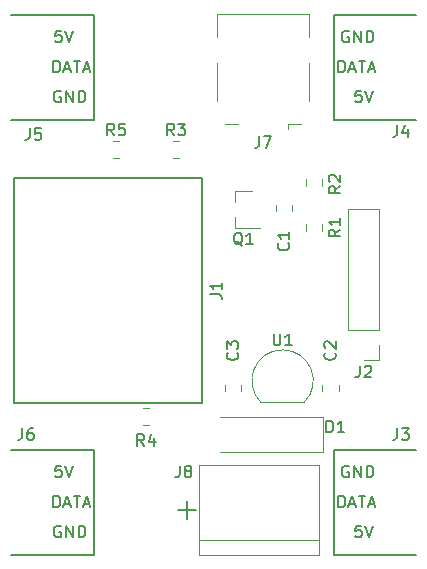
<source format=gto>
G04 #@! TF.GenerationSoftware,KiCad,Pcbnew,5.0.1+dfsg1-2*
G04 #@! TF.CreationDate,2018-12-02T20:23:19+01:00*
G04 #@! TF.ProjectId,rj45-sk6812-adapter,726A34352D736B363831322D61646170,rev?*
G04 #@! TF.SameCoordinates,Original*
G04 #@! TF.FileFunction,Legend,Top*
G04 #@! TF.FilePolarity,Positive*
%FSLAX46Y46*%
G04 Gerber Fmt 4.6, Leading zero omitted, Abs format (unit mm)*
G04 Created by KiCad (PCBNEW 5.0.1+dfsg1-2) date So 02 Dez 2018 20:23:19 CET*
%MOMM*%
%LPD*%
G01*
G04 APERTURE LIST*
%ADD10C,0.200000*%
%ADD11C,0.120000*%
%ADD12C,0.150000*%
G04 APERTURE END LIST*
D10*
X141097000Y-99060000D02*
X142621000Y-99060000D01*
X141859000Y-98298000D02*
X141859000Y-99822000D01*
D11*
G04 #@! TO.C,C1*
X149404000Y-73794252D02*
X149404000Y-73271748D01*
X150824000Y-73794252D02*
X150824000Y-73271748D01*
D12*
G04 #@! TO.C,J3*
X154305000Y-102870000D02*
X161290000Y-102870000D01*
X154305000Y-93980000D02*
X154305000Y-102870000D01*
X161290000Y-93980000D02*
X154305000Y-93980000D01*
G04 #@! TO.C,J4*
X161290000Y-57150000D02*
X154305000Y-57150000D01*
X154305000Y-57150000D02*
X154305000Y-66040000D01*
X154305000Y-66040000D02*
X161290000Y-66040000D01*
G04 #@! TO.C,J5*
X133985000Y-57150000D02*
X127000000Y-57150000D01*
X133985000Y-66040000D02*
X133985000Y-57150000D01*
X127000000Y-66040000D02*
X133985000Y-66040000D01*
G04 #@! TO.C,J6*
X127000000Y-102870000D02*
X133985000Y-102870000D01*
X133985000Y-102870000D02*
X133985000Y-93980000D01*
X133985000Y-93980000D02*
X127000000Y-93980000D01*
D11*
G04 #@! TO.C,J2*
X158175000Y-73600000D02*
X155515000Y-73600000D01*
X158175000Y-83820000D02*
X158175000Y-73600000D01*
X155515000Y-83820000D02*
X155515000Y-73600000D01*
X158175000Y-83820000D02*
X155515000Y-83820000D01*
X158175000Y-85090000D02*
X158175000Y-86420000D01*
X158175000Y-86420000D02*
X156845000Y-86420000D01*
D12*
G04 #@! TO.C,J1*
X127254000Y-90043000D02*
X143129000Y-90043000D01*
X143129000Y-70993000D02*
X127254000Y-70993000D01*
X143129000Y-90043000D02*
X143129000Y-70993000D01*
X127254000Y-70993000D02*
X127254000Y-90043000D01*
D11*
G04 #@! TO.C,J8*
X153035000Y-101600000D02*
X142875000Y-101600000D01*
X153035000Y-102870000D02*
X153035000Y-95250000D01*
X153035000Y-95250000D02*
X142875000Y-95250000D01*
X142875000Y-95250000D02*
X142875000Y-102870000D01*
X142875000Y-102870000D02*
X153035000Y-102870000D01*
G04 #@! TO.C,C2*
X154761000Y-89034252D02*
X154761000Y-88511748D01*
X153341000Y-89034252D02*
X153341000Y-88511748D01*
G04 #@! TO.C,C3*
X146506000Y-88511748D02*
X146506000Y-89034252D01*
X145086000Y-88511748D02*
X145086000Y-89034252D01*
G04 #@! TO.C,J7*
X144426000Y-57082000D02*
X152246000Y-57082000D01*
X150446000Y-66402000D02*
X150446000Y-66832000D01*
X144426000Y-57082000D02*
X144426000Y-59032000D01*
X144426000Y-61252000D02*
X144426000Y-64482000D01*
X146226000Y-66402000D02*
X145146000Y-66402000D01*
X151526000Y-66402000D02*
X150446000Y-66402000D01*
X152246000Y-61252000D02*
X152246000Y-64482000D01*
X152246000Y-57082000D02*
X152246000Y-59032000D01*
G04 #@! TO.C,D1*
X144682000Y-94210000D02*
X153382000Y-94210000D01*
X153382000Y-94210000D02*
X153382000Y-91210000D01*
X153382000Y-91210000D02*
X144682000Y-91210000D01*
G04 #@! TO.C,Q1*
X145925000Y-72080000D02*
X145925000Y-73010000D01*
X145925000Y-75240000D02*
X145925000Y-74310000D01*
X145925000Y-75240000D02*
X148085000Y-75240000D01*
X145925000Y-72080000D02*
X147385000Y-72080000D01*
G04 #@! TO.C,U1*
X148187000Y-89988000D02*
X151787000Y-89988000D01*
X148148522Y-89976478D02*
G75*
G02X149987000Y-85538000I1838478J1838478D01*
G01*
X151825478Y-89976478D02*
G75*
G03X149987000Y-85538000I-1838478J1838478D01*
G01*
G04 #@! TO.C,R5*
X135628748Y-67870000D02*
X136151252Y-67870000D01*
X135628748Y-69290000D02*
X136151252Y-69290000D01*
G04 #@! TO.C,R1*
X151944000Y-74922748D02*
X151944000Y-75445252D01*
X153364000Y-74922748D02*
X153364000Y-75445252D01*
G04 #@! TO.C,R2*
X153364000Y-71112748D02*
X153364000Y-71635252D01*
X151944000Y-71112748D02*
X151944000Y-71635252D01*
G04 #@! TO.C,R3*
X140708748Y-69290000D02*
X141231252Y-69290000D01*
X140708748Y-67870000D02*
X141231252Y-67870000D01*
G04 #@! TO.C,R4*
X138168748Y-90476000D02*
X138691252Y-90476000D01*
X138168748Y-91896000D02*
X138691252Y-91896000D01*
G04 #@! TO.C,C1*
D12*
X150471142Y-76493666D02*
X150518761Y-76541285D01*
X150566380Y-76684142D01*
X150566380Y-76779380D01*
X150518761Y-76922238D01*
X150423523Y-77017476D01*
X150328285Y-77065095D01*
X150137809Y-77112714D01*
X149994952Y-77112714D01*
X149804476Y-77065095D01*
X149709238Y-77017476D01*
X149614000Y-76922238D01*
X149566380Y-76779380D01*
X149566380Y-76684142D01*
X149614000Y-76541285D01*
X149661619Y-76493666D01*
X150566380Y-75541285D02*
X150566380Y-76112714D01*
X150566380Y-75827000D02*
X149566380Y-75827000D01*
X149709238Y-75922238D01*
X149804476Y-76017476D01*
X149852095Y-76112714D01*
G04 #@! TO.C,J3*
X159686666Y-92162380D02*
X159686666Y-92876666D01*
X159639047Y-93019523D01*
X159543809Y-93114761D01*
X159400952Y-93162380D01*
X159305714Y-93162380D01*
X160067619Y-92162380D02*
X160686666Y-92162380D01*
X160353333Y-92543333D01*
X160496190Y-92543333D01*
X160591428Y-92590952D01*
X160639047Y-92638571D01*
X160686666Y-92733809D01*
X160686666Y-92971904D01*
X160639047Y-93067142D01*
X160591428Y-93114761D01*
X160496190Y-93162380D01*
X160210476Y-93162380D01*
X160115238Y-93114761D01*
X160067619Y-93067142D01*
X155575095Y-95385000D02*
X155479857Y-95337380D01*
X155337000Y-95337380D01*
X155194142Y-95385000D01*
X155098904Y-95480238D01*
X155051285Y-95575476D01*
X155003666Y-95765952D01*
X155003666Y-95908809D01*
X155051285Y-96099285D01*
X155098904Y-96194523D01*
X155194142Y-96289761D01*
X155337000Y-96337380D01*
X155432238Y-96337380D01*
X155575095Y-96289761D01*
X155622714Y-96242142D01*
X155622714Y-95908809D01*
X155432238Y-95908809D01*
X156051285Y-96337380D02*
X156051285Y-95337380D01*
X156622714Y-96337380D01*
X156622714Y-95337380D01*
X157098904Y-96337380D02*
X157098904Y-95337380D01*
X157337000Y-95337380D01*
X157479857Y-95385000D01*
X157575095Y-95480238D01*
X157622714Y-95575476D01*
X157670333Y-95765952D01*
X157670333Y-95908809D01*
X157622714Y-96099285D01*
X157575095Y-96194523D01*
X157479857Y-96289761D01*
X157337000Y-96337380D01*
X157098904Y-96337380D01*
X154710000Y-98877380D02*
X154710000Y-97877380D01*
X154948095Y-97877380D01*
X155090952Y-97925000D01*
X155186190Y-98020238D01*
X155233809Y-98115476D01*
X155281428Y-98305952D01*
X155281428Y-98448809D01*
X155233809Y-98639285D01*
X155186190Y-98734523D01*
X155090952Y-98829761D01*
X154948095Y-98877380D01*
X154710000Y-98877380D01*
X155662380Y-98591666D02*
X156138571Y-98591666D01*
X155567142Y-98877380D02*
X155900476Y-97877380D01*
X156233809Y-98877380D01*
X156424285Y-97877380D02*
X156995714Y-97877380D01*
X156710000Y-98877380D02*
X156710000Y-97877380D01*
X157281428Y-98591666D02*
X157757619Y-98591666D01*
X157186190Y-98877380D02*
X157519523Y-97877380D01*
X157852857Y-98877380D01*
X156654523Y-100417380D02*
X156178333Y-100417380D01*
X156130714Y-100893571D01*
X156178333Y-100845952D01*
X156273571Y-100798333D01*
X156511666Y-100798333D01*
X156606904Y-100845952D01*
X156654523Y-100893571D01*
X156702142Y-100988809D01*
X156702142Y-101226904D01*
X156654523Y-101322142D01*
X156606904Y-101369761D01*
X156511666Y-101417380D01*
X156273571Y-101417380D01*
X156178333Y-101369761D01*
X156130714Y-101322142D01*
X156987857Y-100417380D02*
X157321190Y-101417380D01*
X157654523Y-100417380D01*
G04 #@! TO.C,J4*
X159686666Y-66508380D02*
X159686666Y-67222666D01*
X159639047Y-67365523D01*
X159543809Y-67460761D01*
X159400952Y-67508380D01*
X159305714Y-67508380D01*
X160591428Y-66841714D02*
X160591428Y-67508380D01*
X160353333Y-66460761D02*
X160115238Y-67175047D01*
X160734285Y-67175047D01*
X156654523Y-63587380D02*
X156178333Y-63587380D01*
X156130714Y-64063571D01*
X156178333Y-64015952D01*
X156273571Y-63968333D01*
X156511666Y-63968333D01*
X156606904Y-64015952D01*
X156654523Y-64063571D01*
X156702142Y-64158809D01*
X156702142Y-64396904D01*
X156654523Y-64492142D01*
X156606904Y-64539761D01*
X156511666Y-64587380D01*
X156273571Y-64587380D01*
X156178333Y-64539761D01*
X156130714Y-64492142D01*
X156987857Y-63587380D02*
X157321190Y-64587380D01*
X157654523Y-63587380D01*
X154710000Y-62047380D02*
X154710000Y-61047380D01*
X154948095Y-61047380D01*
X155090952Y-61095000D01*
X155186190Y-61190238D01*
X155233809Y-61285476D01*
X155281428Y-61475952D01*
X155281428Y-61618809D01*
X155233809Y-61809285D01*
X155186190Y-61904523D01*
X155090952Y-61999761D01*
X154948095Y-62047380D01*
X154710000Y-62047380D01*
X155662380Y-61761666D02*
X156138571Y-61761666D01*
X155567142Y-62047380D02*
X155900476Y-61047380D01*
X156233809Y-62047380D01*
X156424285Y-61047380D02*
X156995714Y-61047380D01*
X156710000Y-62047380D02*
X156710000Y-61047380D01*
X157281428Y-61761666D02*
X157757619Y-61761666D01*
X157186190Y-62047380D02*
X157519523Y-61047380D01*
X157852857Y-62047380D01*
X155575095Y-58555000D02*
X155479857Y-58507380D01*
X155337000Y-58507380D01*
X155194142Y-58555000D01*
X155098904Y-58650238D01*
X155051285Y-58745476D01*
X155003666Y-58935952D01*
X155003666Y-59078809D01*
X155051285Y-59269285D01*
X155098904Y-59364523D01*
X155194142Y-59459761D01*
X155337000Y-59507380D01*
X155432238Y-59507380D01*
X155575095Y-59459761D01*
X155622714Y-59412142D01*
X155622714Y-59078809D01*
X155432238Y-59078809D01*
X156051285Y-59507380D02*
X156051285Y-58507380D01*
X156622714Y-59507380D01*
X156622714Y-58507380D01*
X157098904Y-59507380D02*
X157098904Y-58507380D01*
X157337000Y-58507380D01*
X157479857Y-58555000D01*
X157575095Y-58650238D01*
X157622714Y-58745476D01*
X157670333Y-58935952D01*
X157670333Y-59078809D01*
X157622714Y-59269285D01*
X157575095Y-59364523D01*
X157479857Y-59459761D01*
X157337000Y-59507380D01*
X157098904Y-59507380D01*
G04 #@! TO.C,J5*
X128571666Y-66762380D02*
X128571666Y-67476666D01*
X128524047Y-67619523D01*
X128428809Y-67714761D01*
X128285952Y-67762380D01*
X128190714Y-67762380D01*
X129524047Y-66762380D02*
X129047857Y-66762380D01*
X129000238Y-67238571D01*
X129047857Y-67190952D01*
X129143095Y-67143333D01*
X129381190Y-67143333D01*
X129476428Y-67190952D01*
X129524047Y-67238571D01*
X129571666Y-67333809D01*
X129571666Y-67571904D01*
X129524047Y-67667142D01*
X129476428Y-67714761D01*
X129381190Y-67762380D01*
X129143095Y-67762380D01*
X129047857Y-67714761D01*
X129000238Y-67667142D01*
X131191095Y-63635000D02*
X131095857Y-63587380D01*
X130953000Y-63587380D01*
X130810142Y-63635000D01*
X130714904Y-63730238D01*
X130667285Y-63825476D01*
X130619666Y-64015952D01*
X130619666Y-64158809D01*
X130667285Y-64349285D01*
X130714904Y-64444523D01*
X130810142Y-64539761D01*
X130953000Y-64587380D01*
X131048238Y-64587380D01*
X131191095Y-64539761D01*
X131238714Y-64492142D01*
X131238714Y-64158809D01*
X131048238Y-64158809D01*
X131667285Y-64587380D02*
X131667285Y-63587380D01*
X132238714Y-64587380D01*
X132238714Y-63587380D01*
X132714904Y-64587380D02*
X132714904Y-63587380D01*
X132953000Y-63587380D01*
X133095857Y-63635000D01*
X133191095Y-63730238D01*
X133238714Y-63825476D01*
X133286333Y-64015952D01*
X133286333Y-64158809D01*
X133238714Y-64349285D01*
X133191095Y-64444523D01*
X133095857Y-64539761D01*
X132953000Y-64587380D01*
X132714904Y-64587380D01*
X130580000Y-62047380D02*
X130580000Y-61047380D01*
X130818095Y-61047380D01*
X130960952Y-61095000D01*
X131056190Y-61190238D01*
X131103809Y-61285476D01*
X131151428Y-61475952D01*
X131151428Y-61618809D01*
X131103809Y-61809285D01*
X131056190Y-61904523D01*
X130960952Y-61999761D01*
X130818095Y-62047380D01*
X130580000Y-62047380D01*
X131532380Y-61761666D02*
X132008571Y-61761666D01*
X131437142Y-62047380D02*
X131770476Y-61047380D01*
X132103809Y-62047380D01*
X132294285Y-61047380D02*
X132865714Y-61047380D01*
X132580000Y-62047380D02*
X132580000Y-61047380D01*
X133151428Y-61761666D02*
X133627619Y-61761666D01*
X133056190Y-62047380D02*
X133389523Y-61047380D01*
X133722857Y-62047380D01*
X131254523Y-58507380D02*
X130778333Y-58507380D01*
X130730714Y-58983571D01*
X130778333Y-58935952D01*
X130873571Y-58888333D01*
X131111666Y-58888333D01*
X131206904Y-58935952D01*
X131254523Y-58983571D01*
X131302142Y-59078809D01*
X131302142Y-59316904D01*
X131254523Y-59412142D01*
X131206904Y-59459761D01*
X131111666Y-59507380D01*
X130873571Y-59507380D01*
X130778333Y-59459761D01*
X130730714Y-59412142D01*
X131587857Y-58507380D02*
X131921190Y-59507380D01*
X132254523Y-58507380D01*
G04 #@! TO.C,J6*
X127936666Y-92162380D02*
X127936666Y-92876666D01*
X127889047Y-93019523D01*
X127793809Y-93114761D01*
X127650952Y-93162380D01*
X127555714Y-93162380D01*
X128841428Y-92162380D02*
X128650952Y-92162380D01*
X128555714Y-92210000D01*
X128508095Y-92257619D01*
X128412857Y-92400476D01*
X128365238Y-92590952D01*
X128365238Y-92971904D01*
X128412857Y-93067142D01*
X128460476Y-93114761D01*
X128555714Y-93162380D01*
X128746190Y-93162380D01*
X128841428Y-93114761D01*
X128889047Y-93067142D01*
X128936666Y-92971904D01*
X128936666Y-92733809D01*
X128889047Y-92638571D01*
X128841428Y-92590952D01*
X128746190Y-92543333D01*
X128555714Y-92543333D01*
X128460476Y-92590952D01*
X128412857Y-92638571D01*
X128365238Y-92733809D01*
X131254523Y-95337380D02*
X130778333Y-95337380D01*
X130730714Y-95813571D01*
X130778333Y-95765952D01*
X130873571Y-95718333D01*
X131111666Y-95718333D01*
X131206904Y-95765952D01*
X131254523Y-95813571D01*
X131302142Y-95908809D01*
X131302142Y-96146904D01*
X131254523Y-96242142D01*
X131206904Y-96289761D01*
X131111666Y-96337380D01*
X130873571Y-96337380D01*
X130778333Y-96289761D01*
X130730714Y-96242142D01*
X131587857Y-95337380D02*
X131921190Y-96337380D01*
X132254523Y-95337380D01*
X130580000Y-98877380D02*
X130580000Y-97877380D01*
X130818095Y-97877380D01*
X130960952Y-97925000D01*
X131056190Y-98020238D01*
X131103809Y-98115476D01*
X131151428Y-98305952D01*
X131151428Y-98448809D01*
X131103809Y-98639285D01*
X131056190Y-98734523D01*
X130960952Y-98829761D01*
X130818095Y-98877380D01*
X130580000Y-98877380D01*
X131532380Y-98591666D02*
X132008571Y-98591666D01*
X131437142Y-98877380D02*
X131770476Y-97877380D01*
X132103809Y-98877380D01*
X132294285Y-97877380D02*
X132865714Y-97877380D01*
X132580000Y-98877380D02*
X132580000Y-97877380D01*
X133151428Y-98591666D02*
X133627619Y-98591666D01*
X133056190Y-98877380D02*
X133389523Y-97877380D01*
X133722857Y-98877380D01*
X131191095Y-100465000D02*
X131095857Y-100417380D01*
X130953000Y-100417380D01*
X130810142Y-100465000D01*
X130714904Y-100560238D01*
X130667285Y-100655476D01*
X130619666Y-100845952D01*
X130619666Y-100988809D01*
X130667285Y-101179285D01*
X130714904Y-101274523D01*
X130810142Y-101369761D01*
X130953000Y-101417380D01*
X131048238Y-101417380D01*
X131191095Y-101369761D01*
X131238714Y-101322142D01*
X131238714Y-100988809D01*
X131048238Y-100988809D01*
X131667285Y-101417380D02*
X131667285Y-100417380D01*
X132238714Y-101417380D01*
X132238714Y-100417380D01*
X132714904Y-101417380D02*
X132714904Y-100417380D01*
X132953000Y-100417380D01*
X133095857Y-100465000D01*
X133191095Y-100560238D01*
X133238714Y-100655476D01*
X133286333Y-100845952D01*
X133286333Y-100988809D01*
X133238714Y-101179285D01*
X133191095Y-101274523D01*
X133095857Y-101369761D01*
X132953000Y-101417380D01*
X132714904Y-101417380D01*
G04 #@! TO.C,J2*
X156511666Y-86872380D02*
X156511666Y-87586666D01*
X156464047Y-87729523D01*
X156368809Y-87824761D01*
X156225952Y-87872380D01*
X156130714Y-87872380D01*
X156940238Y-86967619D02*
X156987857Y-86920000D01*
X157083095Y-86872380D01*
X157321190Y-86872380D01*
X157416428Y-86920000D01*
X157464047Y-86967619D01*
X157511666Y-87062857D01*
X157511666Y-87158095D01*
X157464047Y-87300952D01*
X156892619Y-87872380D01*
X157511666Y-87872380D01*
G04 #@! TO.C,J1*
X143851380Y-80851333D02*
X144565666Y-80851333D01*
X144708523Y-80898952D01*
X144803761Y-80994190D01*
X144851380Y-81137047D01*
X144851380Y-81232285D01*
X144851380Y-79851333D02*
X144851380Y-80422761D01*
X144851380Y-80137047D02*
X143851380Y-80137047D01*
X143994238Y-80232285D01*
X144089476Y-80327523D01*
X144137095Y-80422761D01*
G04 #@! TO.C,J8*
X141271666Y-95337380D02*
X141271666Y-96051666D01*
X141224047Y-96194523D01*
X141128809Y-96289761D01*
X140985952Y-96337380D01*
X140890714Y-96337380D01*
X141890714Y-95765952D02*
X141795476Y-95718333D01*
X141747857Y-95670714D01*
X141700238Y-95575476D01*
X141700238Y-95527857D01*
X141747857Y-95432619D01*
X141795476Y-95385000D01*
X141890714Y-95337380D01*
X142081190Y-95337380D01*
X142176428Y-95385000D01*
X142224047Y-95432619D01*
X142271666Y-95527857D01*
X142271666Y-95575476D01*
X142224047Y-95670714D01*
X142176428Y-95718333D01*
X142081190Y-95765952D01*
X141890714Y-95765952D01*
X141795476Y-95813571D01*
X141747857Y-95861190D01*
X141700238Y-95956428D01*
X141700238Y-96146904D01*
X141747857Y-96242142D01*
X141795476Y-96289761D01*
X141890714Y-96337380D01*
X142081190Y-96337380D01*
X142176428Y-96289761D01*
X142224047Y-96242142D01*
X142271666Y-96146904D01*
X142271666Y-95956428D01*
X142224047Y-95861190D01*
X142176428Y-95813571D01*
X142081190Y-95765952D01*
G04 #@! TO.C,C2*
X154408142Y-85764666D02*
X154455761Y-85812285D01*
X154503380Y-85955142D01*
X154503380Y-86050380D01*
X154455761Y-86193238D01*
X154360523Y-86288476D01*
X154265285Y-86336095D01*
X154074809Y-86383714D01*
X153931952Y-86383714D01*
X153741476Y-86336095D01*
X153646238Y-86288476D01*
X153551000Y-86193238D01*
X153503380Y-86050380D01*
X153503380Y-85955142D01*
X153551000Y-85812285D01*
X153598619Y-85764666D01*
X153598619Y-85383714D02*
X153551000Y-85336095D01*
X153503380Y-85240857D01*
X153503380Y-85002761D01*
X153551000Y-84907523D01*
X153598619Y-84859904D01*
X153693857Y-84812285D01*
X153789095Y-84812285D01*
X153931952Y-84859904D01*
X154503380Y-85431333D01*
X154503380Y-84812285D01*
G04 #@! TO.C,C3*
X146153142Y-85764666D02*
X146200761Y-85812285D01*
X146248380Y-85955142D01*
X146248380Y-86050380D01*
X146200761Y-86193238D01*
X146105523Y-86288476D01*
X146010285Y-86336095D01*
X145819809Y-86383714D01*
X145676952Y-86383714D01*
X145486476Y-86336095D01*
X145391238Y-86288476D01*
X145296000Y-86193238D01*
X145248380Y-86050380D01*
X145248380Y-85955142D01*
X145296000Y-85812285D01*
X145343619Y-85764666D01*
X145248380Y-85431333D02*
X145248380Y-84812285D01*
X145629333Y-85145619D01*
X145629333Y-85002761D01*
X145676952Y-84907523D01*
X145724571Y-84859904D01*
X145819809Y-84812285D01*
X146057904Y-84812285D01*
X146153142Y-84859904D01*
X146200761Y-84907523D01*
X146248380Y-85002761D01*
X146248380Y-85288476D01*
X146200761Y-85383714D01*
X146153142Y-85431333D01*
G04 #@! TO.C,J7*
X148002666Y-67444380D02*
X148002666Y-68158666D01*
X147955047Y-68301523D01*
X147859809Y-68396761D01*
X147716952Y-68444380D01*
X147621714Y-68444380D01*
X148383619Y-67444380D02*
X149050285Y-67444380D01*
X148621714Y-68444380D01*
G04 #@! TO.C,D1*
X153693904Y-92527380D02*
X153693904Y-91527380D01*
X153932000Y-91527380D01*
X154074857Y-91575000D01*
X154170095Y-91670238D01*
X154217714Y-91765476D01*
X154265333Y-91955952D01*
X154265333Y-92098809D01*
X154217714Y-92289285D01*
X154170095Y-92384523D01*
X154074857Y-92479761D01*
X153932000Y-92527380D01*
X153693904Y-92527380D01*
X155217714Y-92527380D02*
X154646285Y-92527380D01*
X154932000Y-92527380D02*
X154932000Y-91527380D01*
X154836761Y-91670238D01*
X154741523Y-91765476D01*
X154646285Y-91813095D01*
G04 #@! TO.C,Q1*
X146589761Y-76707619D02*
X146494523Y-76660000D01*
X146399285Y-76564761D01*
X146256428Y-76421904D01*
X146161190Y-76374285D01*
X146065952Y-76374285D01*
X146113571Y-76612380D02*
X146018333Y-76564761D01*
X145923095Y-76469523D01*
X145875476Y-76279047D01*
X145875476Y-75945714D01*
X145923095Y-75755238D01*
X146018333Y-75660000D01*
X146113571Y-75612380D01*
X146304047Y-75612380D01*
X146399285Y-75660000D01*
X146494523Y-75755238D01*
X146542142Y-75945714D01*
X146542142Y-76279047D01*
X146494523Y-76469523D01*
X146399285Y-76564761D01*
X146304047Y-76612380D01*
X146113571Y-76612380D01*
X147494523Y-76612380D02*
X146923095Y-76612380D01*
X147208809Y-76612380D02*
X147208809Y-75612380D01*
X147113571Y-75755238D01*
X147018333Y-75850476D01*
X146923095Y-75898095D01*
G04 #@! TO.C,U1*
X149225095Y-84161380D02*
X149225095Y-84970904D01*
X149272714Y-85066142D01*
X149320333Y-85113761D01*
X149415571Y-85161380D01*
X149606047Y-85161380D01*
X149701285Y-85113761D01*
X149748904Y-85066142D01*
X149796523Y-84970904D01*
X149796523Y-84161380D01*
X150796523Y-85161380D02*
X150225095Y-85161380D01*
X150510809Y-85161380D02*
X150510809Y-84161380D01*
X150415571Y-84304238D01*
X150320333Y-84399476D01*
X150225095Y-84447095D01*
G04 #@! TO.C,R5*
X135723333Y-67382380D02*
X135390000Y-66906190D01*
X135151904Y-67382380D02*
X135151904Y-66382380D01*
X135532857Y-66382380D01*
X135628095Y-66430000D01*
X135675714Y-66477619D01*
X135723333Y-66572857D01*
X135723333Y-66715714D01*
X135675714Y-66810952D01*
X135628095Y-66858571D01*
X135532857Y-66906190D01*
X135151904Y-66906190D01*
X136628095Y-66382380D02*
X136151904Y-66382380D01*
X136104285Y-66858571D01*
X136151904Y-66810952D01*
X136247142Y-66763333D01*
X136485238Y-66763333D01*
X136580476Y-66810952D01*
X136628095Y-66858571D01*
X136675714Y-66953809D01*
X136675714Y-67191904D01*
X136628095Y-67287142D01*
X136580476Y-67334761D01*
X136485238Y-67382380D01*
X136247142Y-67382380D01*
X136151904Y-67334761D01*
X136104285Y-67287142D01*
G04 #@! TO.C,R1*
X154884380Y-75350666D02*
X154408190Y-75684000D01*
X154884380Y-75922095D02*
X153884380Y-75922095D01*
X153884380Y-75541142D01*
X153932000Y-75445904D01*
X153979619Y-75398285D01*
X154074857Y-75350666D01*
X154217714Y-75350666D01*
X154312952Y-75398285D01*
X154360571Y-75445904D01*
X154408190Y-75541142D01*
X154408190Y-75922095D01*
X154884380Y-74398285D02*
X154884380Y-74969714D01*
X154884380Y-74684000D02*
X153884380Y-74684000D01*
X154027238Y-74779238D01*
X154122476Y-74874476D01*
X154170095Y-74969714D01*
G04 #@! TO.C,R2*
X154884380Y-71667666D02*
X154408190Y-72001000D01*
X154884380Y-72239095D02*
X153884380Y-72239095D01*
X153884380Y-71858142D01*
X153932000Y-71762904D01*
X153979619Y-71715285D01*
X154074857Y-71667666D01*
X154217714Y-71667666D01*
X154312952Y-71715285D01*
X154360571Y-71762904D01*
X154408190Y-71858142D01*
X154408190Y-72239095D01*
X153979619Y-71286714D02*
X153932000Y-71239095D01*
X153884380Y-71143857D01*
X153884380Y-70905761D01*
X153932000Y-70810523D01*
X153979619Y-70762904D01*
X154074857Y-70715285D01*
X154170095Y-70715285D01*
X154312952Y-70762904D01*
X154884380Y-71334333D01*
X154884380Y-70715285D01*
G04 #@! TO.C,R3*
X140803333Y-67382380D02*
X140470000Y-66906190D01*
X140231904Y-67382380D02*
X140231904Y-66382380D01*
X140612857Y-66382380D01*
X140708095Y-66430000D01*
X140755714Y-66477619D01*
X140803333Y-66572857D01*
X140803333Y-66715714D01*
X140755714Y-66810952D01*
X140708095Y-66858571D01*
X140612857Y-66906190D01*
X140231904Y-66906190D01*
X141136666Y-66382380D02*
X141755714Y-66382380D01*
X141422380Y-66763333D01*
X141565238Y-66763333D01*
X141660476Y-66810952D01*
X141708095Y-66858571D01*
X141755714Y-66953809D01*
X141755714Y-67191904D01*
X141708095Y-67287142D01*
X141660476Y-67334761D01*
X141565238Y-67382380D01*
X141279523Y-67382380D01*
X141184285Y-67334761D01*
X141136666Y-67287142D01*
G04 #@! TO.C,R4*
X138263333Y-93670380D02*
X137930000Y-93194190D01*
X137691904Y-93670380D02*
X137691904Y-92670380D01*
X138072857Y-92670380D01*
X138168095Y-92718000D01*
X138215714Y-92765619D01*
X138263333Y-92860857D01*
X138263333Y-93003714D01*
X138215714Y-93098952D01*
X138168095Y-93146571D01*
X138072857Y-93194190D01*
X137691904Y-93194190D01*
X139120476Y-93003714D02*
X139120476Y-93670380D01*
X138882380Y-92622761D02*
X138644285Y-93337047D01*
X139263333Y-93337047D01*
G04 #@! TD*
M02*

</source>
